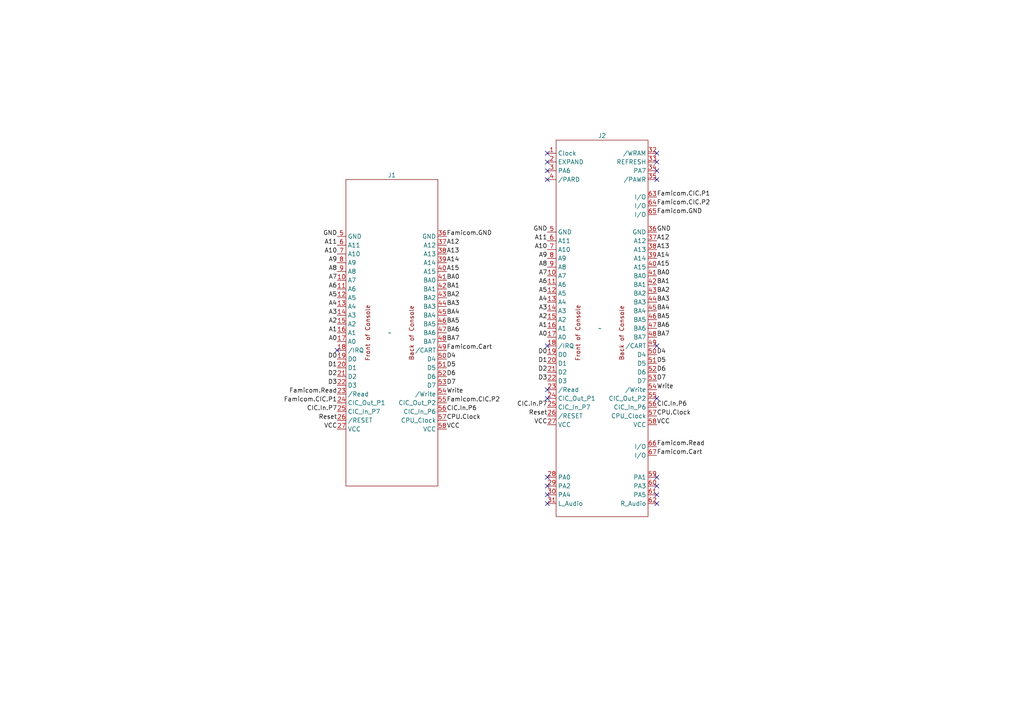
<source format=kicad_sch>
(kicad_sch (version 20230121) (generator eeschema)

  (uuid a33ab58f-dcb3-4f29-88d5-83dd0fcb4b62)

  (paper "A4")

  (lib_symbols
    (symbol "Xterminator:Cartridge_Connector" (in_bom yes) (on_board yes)
      (property "Reference" "J2" (at 0.635 55.88 0)
        (effects (font (size 1.27 1.27)))
      )
      (property "Value" "~" (at 0 0 0)
        (effects (font (size 1.27 1.27)))
      )
      (property "Footprint" "Xterminator2:Upper Edge Connector" (at 0 0 0)
        (effects (font (size 1.27 1.27)) hide)
      )
      (property "Datasheet" "" (at 0 0 0)
        (effects (font (size 1.27 1.27)) hide)
      )
      (symbol "Cartridge_Connector_0_1"
        (rectangle (start -12.7 54.61) (end 13.97 -54.61)
          (stroke (width 0) (type default))
          (fill (type none))
        )
      )
      (symbol "Cartridge_Connector_1_1"
        (text "Back of Console" (at 6.35 -1.27 900)
          (effects (font (size 1.27 1.27)))
        )
        (text "Front of Console" (at -6.35 -1.27 900)
          (effects (font (size 1.27 1.27)))
        )
        (pin input line (at -15.24 50.8 0) (length 2.54)
          (name "Clock" (effects (font (size 1.27 1.27))))
          (number "1" (effects (font (size 1.27 1.27))))
        )
        (pin input line (at -15.24 15.24 0) (length 2.54)
          (name "A7" (effects (font (size 1.27 1.27))))
          (number "10" (effects (font (size 1.27 1.27))))
        )
        (pin input line (at -15.24 12.7 0) (length 2.54)
          (name "A6" (effects (font (size 1.27 1.27))))
          (number "11" (effects (font (size 1.27 1.27))))
        )
        (pin input line (at -15.24 10.16 0) (length 2.54)
          (name "A5" (effects (font (size 1.27 1.27))))
          (number "12" (effects (font (size 1.27 1.27))))
        )
        (pin input line (at -15.24 7.62 0) (length 2.54)
          (name "A4" (effects (font (size 1.27 1.27))))
          (number "13" (effects (font (size 1.27 1.27))))
        )
        (pin input line (at -15.24 5.08 0) (length 2.54)
          (name "A3" (effects (font (size 1.27 1.27))))
          (number "14" (effects (font (size 1.27 1.27))))
        )
        (pin input line (at -15.24 2.54 0) (length 2.54)
          (name "A2" (effects (font (size 1.27 1.27))))
          (number "15" (effects (font (size 1.27 1.27))))
        )
        (pin input line (at -15.24 0 0) (length 2.54)
          (name "A1" (effects (font (size 1.27 1.27))))
          (number "16" (effects (font (size 1.27 1.27))))
        )
        (pin input line (at -15.24 -2.54 0) (length 2.54)
          (name "A0" (effects (font (size 1.27 1.27))))
          (number "17" (effects (font (size 1.27 1.27))))
        )
        (pin input line (at -15.24 -5.08 0) (length 2.54)
          (name "/IRQ" (effects (font (size 1.27 1.27))))
          (number "18" (effects (font (size 1.27 1.27))))
        )
        (pin input line (at -15.24 -7.62 0) (length 2.54)
          (name "D0" (effects (font (size 1.27 1.27))))
          (number "19" (effects (font (size 1.27 1.27))))
        )
        (pin input line (at -15.24 48.26 0) (length 2.54)
          (name "EXPAND" (effects (font (size 1.27 1.27))))
          (number "2" (effects (font (size 1.27 1.27))))
        )
        (pin input line (at -15.24 -10.16 0) (length 2.54)
          (name "D1" (effects (font (size 1.27 1.27))))
          (number "20" (effects (font (size 1.27 1.27))))
        )
        (pin input line (at -15.24 -12.7 0) (length 2.54)
          (name "D2" (effects (font (size 1.27 1.27))))
          (number "21" (effects (font (size 1.27 1.27))))
        )
        (pin input line (at -15.24 -15.24 0) (length 2.54)
          (name "D3" (effects (font (size 1.27 1.27))))
          (number "22" (effects (font (size 1.27 1.27))))
        )
        (pin input line (at -15.24 -17.78 0) (length 2.54)
          (name "/Read" (effects (font (size 1.27 1.27))))
          (number "23" (effects (font (size 1.27 1.27))))
        )
        (pin input line (at -15.24 -20.32 0) (length 2.54)
          (name "CIC_Out_P1" (effects (font (size 1.27 1.27))))
          (number "24" (effects (font (size 1.27 1.27))))
        )
        (pin input line (at -15.24 -22.86 0) (length 2.54)
          (name "CIC_In_P7" (effects (font (size 1.27 1.27))))
          (number "25" (effects (font (size 1.27 1.27))))
        )
        (pin input line (at -15.24 -25.4 0) (length 2.54)
          (name "/RESET" (effects (font (size 1.27 1.27))))
          (number "26" (effects (font (size 1.27 1.27))))
        )
        (pin power_in line (at -15.24 -27.94 0) (length 2.54)
          (name "VCC" (effects (font (size 1.27 1.27))))
          (number "27" (effects (font (size 1.27 1.27))))
        )
        (pin input line (at -15.24 -43.18 0) (length 2.54)
          (name "PA0" (effects (font (size 1.27 1.27))))
          (number "28" (effects (font (size 1.27 1.27))))
        )
        (pin input line (at -15.24 -45.72 0) (length 2.54)
          (name "PA2" (effects (font (size 1.27 1.27))))
          (number "29" (effects (font (size 1.27 1.27))))
        )
        (pin input line (at -15.24 45.72 0) (length 2.54)
          (name "PA6" (effects (font (size 1.27 1.27))))
          (number "3" (effects (font (size 1.27 1.27))))
        )
        (pin input line (at -15.24 -48.26 0) (length 2.54)
          (name "PA4" (effects (font (size 1.27 1.27))))
          (number "30" (effects (font (size 1.27 1.27))))
        )
        (pin input line (at -15.24 -50.8 0) (length 2.54)
          (name "L_Audio" (effects (font (size 1.27 1.27))))
          (number "31" (effects (font (size 1.27 1.27))))
        )
        (pin input line (at 16.51 50.8 180) (length 2.54)
          (name "/WRAM" (effects (font (size 1.27 1.27))))
          (number "32" (effects (font (size 1.27 1.27))))
        )
        (pin input line (at 16.51 48.26 180) (length 2.54)
          (name "REFRESH" (effects (font (size 1.27 1.27))))
          (number "33" (effects (font (size 1.27 1.27))))
        )
        (pin input line (at 16.51 45.72 180) (length 2.54)
          (name "PA7" (effects (font (size 1.27 1.27))))
          (number "34" (effects (font (size 1.27 1.27))))
        )
        (pin input line (at 16.51 43.18 180) (length 2.54)
          (name "/PAWR" (effects (font (size 1.27 1.27))))
          (number "35" (effects (font (size 1.27 1.27))))
        )
        (pin power_in line (at 16.51 27.94 180) (length 2.54)
          (name "GND" (effects (font (size 1.27 1.27))))
          (number "36" (effects (font (size 1.27 1.27))))
        )
        (pin input line (at 16.51 25.4 180) (length 2.54)
          (name "A12" (effects (font (size 1.27 1.27))))
          (number "37" (effects (font (size 1.27 1.27))))
        )
        (pin input line (at 16.51 22.86 180) (length 2.54)
          (name "A13" (effects (font (size 1.27 1.27))))
          (number "38" (effects (font (size 1.27 1.27))))
        )
        (pin input line (at 16.51 20.32 180) (length 2.54)
          (name "A14" (effects (font (size 1.27 1.27))))
          (number "39" (effects (font (size 1.27 1.27))))
        )
        (pin input line (at -15.24 43.18 0) (length 2.54)
          (name "/PARD" (effects (font (size 1.27 1.27))))
          (number "4" (effects (font (size 1.27 1.27))))
        )
        (pin input line (at 16.51 17.78 180) (length 2.54)
          (name "A15" (effects (font (size 1.27 1.27))))
          (number "40" (effects (font (size 1.27 1.27))))
        )
        (pin input line (at 16.51 15.24 180) (length 2.54)
          (name "BA0" (effects (font (size 1.27 1.27))))
          (number "41" (effects (font (size 1.27 1.27))))
        )
        (pin input line (at 16.51 12.7 180) (length 2.54)
          (name "BA1" (effects (font (size 1.27 1.27))))
          (number "42" (effects (font (size 1.27 1.27))))
        )
        (pin input line (at 16.51 10.16 180) (length 2.54)
          (name "BA2" (effects (font (size 1.27 1.27))))
          (number "43" (effects (font (size 1.27 1.27))))
        )
        (pin input line (at 16.51 7.62 180) (length 2.54)
          (name "BA3" (effects (font (size 1.27 1.27))))
          (number "44" (effects (font (size 1.27 1.27))))
        )
        (pin input line (at 16.51 5.08 180) (length 2.54)
          (name "BA4" (effects (font (size 1.27 1.27))))
          (number "45" (effects (font (size 1.27 1.27))))
        )
        (pin input line (at 16.51 2.54 180) (length 2.54)
          (name "BA5" (effects (font (size 1.27 1.27))))
          (number "46" (effects (font (size 1.27 1.27))))
        )
        (pin input line (at 16.51 0 180) (length 2.54)
          (name "BA6" (effects (font (size 1.27 1.27))))
          (number "47" (effects (font (size 1.27 1.27))))
        )
        (pin input line (at 16.51 -2.54 180) (length 2.54)
          (name "BA7" (effects (font (size 1.27 1.27))))
          (number "48" (effects (font (size 1.27 1.27))))
        )
        (pin input line (at 16.51 -5.08 180) (length 2.54)
          (name "/CART" (effects (font (size 1.27 1.27))))
          (number "49" (effects (font (size 1.27 1.27))))
        )
        (pin power_in line (at -15.24 27.94 0) (length 2.54)
          (name "GND" (effects (font (size 1.27 1.27))))
          (number "5" (effects (font (size 1.27 1.27))))
        )
        (pin input line (at 16.51 -7.62 180) (length 2.54)
          (name "D4" (effects (font (size 1.27 1.27))))
          (number "50" (effects (font (size 1.27 1.27))))
        )
        (pin input line (at 16.51 -10.16 180) (length 2.54)
          (name "D5" (effects (font (size 1.27 1.27))))
          (number "51" (effects (font (size 1.27 1.27))))
        )
        (pin input line (at 16.51 -12.7 180) (length 2.54)
          (name "D6" (effects (font (size 1.27 1.27))))
          (number "52" (effects (font (size 1.27 1.27))))
        )
        (pin input line (at 16.51 -15.24 180) (length 2.54)
          (name "D7" (effects (font (size 1.27 1.27))))
          (number "53" (effects (font (size 1.27 1.27))))
        )
        (pin input line (at 16.51 -17.78 180) (length 2.54)
          (name "/Write" (effects (font (size 1.27 1.27))))
          (number "54" (effects (font (size 1.27 1.27))))
        )
        (pin input line (at 16.51 -20.32 180) (length 2.54)
          (name "CIC_Out_P2" (effects (font (size 1.27 1.27))))
          (number "55" (effects (font (size 1.27 1.27))))
        )
        (pin input line (at 16.51 -22.86 180) (length 2.54)
          (name "CIC_In_P6" (effects (font (size 1.27 1.27))))
          (number "56" (effects (font (size 1.27 1.27))))
        )
        (pin input line (at 16.51 -25.4 180) (length 2.54)
          (name "CPU_Clock" (effects (font (size 1.27 1.27))))
          (number "57" (effects (font (size 1.27 1.27))))
        )
        (pin power_in line (at 16.51 -27.94 180) (length 2.54)
          (name "VCC" (effects (font (size 1.27 1.27))))
          (number "58" (effects (font (size 1.27 1.27))))
        )
        (pin input line (at 16.51 -43.18 180) (length 2.54)
          (name "PA1" (effects (font (size 1.27 1.27))))
          (number "59" (effects (font (size 1.27 1.27))))
        )
        (pin input line (at -15.24 25.4 0) (length 2.54)
          (name "A11" (effects (font (size 1.27 1.27))))
          (number "6" (effects (font (size 1.27 1.27))))
        )
        (pin input line (at 16.51 -45.72 180) (length 2.54)
          (name "PA3" (effects (font (size 1.27 1.27))))
          (number "60" (effects (font (size 1.27 1.27))))
        )
        (pin input line (at 16.51 -48.26 180) (length 2.54)
          (name "PA5" (effects (font (size 1.27 1.27))))
          (number "61" (effects (font (size 1.27 1.27))))
        )
        (pin input line (at 16.51 -50.8 180) (length 2.54)
          (name "R_Audio" (effects (font (size 1.27 1.27))))
          (number "62" (effects (font (size 1.27 1.27))))
        )
        (pin input line (at 16.51 38.1 180) (length 2.54)
          (name "I/O" (effects (font (size 1.27 1.27))))
          (number "63" (effects (font (size 1.27 1.27))))
        )
        (pin input line (at 16.51 35.56 180) (length 2.54)
          (name "I/O" (effects (font (size 1.27 1.27))))
          (number "64" (effects (font (size 1.27 1.27))))
        )
        (pin input line (at 16.51 33.02 180) (length 2.54)
          (name "I/O" (effects (font (size 1.27 1.27))))
          (number "65" (effects (font (size 1.27 1.27))))
        )
        (pin input line (at 16.51 -34.29 180) (length 2.54)
          (name "I/O" (effects (font (size 1.27 1.27))))
          (number "66" (effects (font (size 1.27 1.27))))
        )
        (pin input line (at 16.51 -36.83 180) (length 2.54)
          (name "I/O" (effects (font (size 1.27 1.27))))
          (number "67" (effects (font (size 1.27 1.27))))
        )
        (pin input line (at -15.24 22.86 0) (length 2.54)
          (name "A10" (effects (font (size 1.27 1.27))))
          (number "7" (effects (font (size 1.27 1.27))))
        )
        (pin input line (at -15.24 20.32 0) (length 2.54)
          (name "A9" (effects (font (size 1.27 1.27))))
          (number "8" (effects (font (size 1.27 1.27))))
        )
        (pin input line (at -15.24 17.78 0) (length 2.54)
          (name "A8" (effects (font (size 1.27 1.27))))
          (number "9" (effects (font (size 1.27 1.27))))
        )
      )
    )
    (symbol "Xterminator:SNES_Connector" (in_bom yes) (on_board yes)
      (property "Reference" "J1" (at 0.635 45.72 0)
        (effects (font (size 1.27 1.27)))
      )
      (property "Value" "~" (at 0 0 0)
        (effects (font (size 1.27 1.27)))
      )
      (property "Footprint" "Xterminator2:SNES Edge Connector" (at 0 0 0)
        (effects (font (size 1.27 1.27)) hide)
      )
      (property "Datasheet" "" (at 0 0 0)
        (effects (font (size 1.27 1.27)) hide)
      )
      (symbol "SNES_Connector_0_1"
        (rectangle (start -12.7 44.45) (end 13.97 -44.45)
          (stroke (width 0) (type default))
          (fill (type none))
        )
      )
      (symbol "SNES_Connector_1_1"
        (text "Back of Console" (at 6.35 0 900)
          (effects (font (size 1.27 1.27)))
        )
        (text "Front of Console" (at -6.35 0 900)
          (effects (font (size 1.27 1.27)))
        )
        (pin input line (at -15.24 41.91 0) (length 2.54) hide
          (name "Clock" (effects (font (size 1.27 1.27))))
          (number "1" (effects (font (size 1.27 1.27))))
        )
        (pin input line (at -15.24 15.24 0) (length 2.54)
          (name "A7" (effects (font (size 1.27 1.27))))
          (number "10" (effects (font (size 1.27 1.27))))
        )
        (pin input line (at -15.24 12.7 0) (length 2.54)
          (name "A6" (effects (font (size 1.27 1.27))))
          (number "11" (effects (font (size 1.27 1.27))))
        )
        (pin input line (at -15.24 10.16 0) (length 2.54)
          (name "A5" (effects (font (size 1.27 1.27))))
          (number "12" (effects (font (size 1.27 1.27))))
        )
        (pin input line (at -15.24 7.62 0) (length 2.54)
          (name "A4" (effects (font (size 1.27 1.27))))
          (number "13" (effects (font (size 1.27 1.27))))
        )
        (pin input line (at -15.24 5.08 0) (length 2.54)
          (name "A3" (effects (font (size 1.27 1.27))))
          (number "14" (effects (font (size 1.27 1.27))))
        )
        (pin input line (at -15.24 2.54 0) (length 2.54)
          (name "A2" (effects (font (size 1.27 1.27))))
          (number "15" (effects (font (size 1.27 1.27))))
        )
        (pin input line (at -15.24 0 0) (length 2.54)
          (name "A1" (effects (font (size 1.27 1.27))))
          (number "16" (effects (font (size 1.27 1.27))))
        )
        (pin input line (at -15.24 -2.54 0) (length 2.54)
          (name "A0" (effects (font (size 1.27 1.27))))
          (number "17" (effects (font (size 1.27 1.27))))
        )
        (pin input line (at -15.24 -5.08 0) (length 2.54)
          (name "/IRQ" (effects (font (size 1.27 1.27))))
          (number "18" (effects (font (size 1.27 1.27))))
        )
        (pin input line (at -15.24 -7.62 0) (length 2.54)
          (name "D0" (effects (font (size 1.27 1.27))))
          (number "19" (effects (font (size 1.27 1.27))))
        )
        (pin input line (at -15.24 39.37 0) (length 2.54) hide
          (name "EXPAND" (effects (font (size 1.27 1.27))))
          (number "2" (effects (font (size 1.27 1.27))))
        )
        (pin input line (at -15.24 -10.16 0) (length 2.54)
          (name "D1" (effects (font (size 1.27 1.27))))
          (number "20" (effects (font (size 1.27 1.27))))
        )
        (pin input line (at -15.24 -12.7 0) (length 2.54)
          (name "D2" (effects (font (size 1.27 1.27))))
          (number "21" (effects (font (size 1.27 1.27))))
        )
        (pin input line (at -15.24 -15.24 0) (length 2.54)
          (name "D3" (effects (font (size 1.27 1.27))))
          (number "22" (effects (font (size 1.27 1.27))))
        )
        (pin input line (at -15.24 -17.78 0) (length 2.54)
          (name "/Read" (effects (font (size 1.27 1.27))))
          (number "23" (effects (font (size 1.27 1.27))))
        )
        (pin input line (at -15.24 -20.32 0) (length 2.54)
          (name "CIC_Out_P1" (effects (font (size 1.27 1.27))))
          (number "24" (effects (font (size 1.27 1.27))))
        )
        (pin input line (at -15.24 -22.86 0) (length 2.54)
          (name "CIC_In_P7" (effects (font (size 1.27 1.27))))
          (number "25" (effects (font (size 1.27 1.27))))
        )
        (pin input line (at -15.24 -25.4 0) (length 2.54)
          (name "/RESET" (effects (font (size 1.27 1.27))))
          (number "26" (effects (font (size 1.27 1.27))))
        )
        (pin power_in line (at -15.24 -27.94 0) (length 2.54)
          (name "VCC" (effects (font (size 1.27 1.27))))
          (number "27" (effects (font (size 1.27 1.27))))
        )
        (pin input line (at -15.24 -34.29 0) (length 2.54) hide
          (name "PA0" (effects (font (size 1.27 1.27))))
          (number "28" (effects (font (size 1.27 1.27))))
        )
        (pin input line (at -15.24 -36.83 0) (length 2.54) hide
          (name "PA2" (effects (font (size 1.27 1.27))))
          (number "29" (effects (font (size 1.27 1.27))))
        )
        (pin input line (at -15.24 36.83 0) (length 2.54) hide
          (name "PA6" (effects (font (size 1.27 1.27))))
          (number "3" (effects (font (size 1.27 1.27))))
        )
        (pin input line (at -15.24 -39.37 0) (length 2.54) hide
          (name "PA4" (effects (font (size 1.27 1.27))))
          (number "30" (effects (font (size 1.27 1.27))))
        )
        (pin input line (at -15.24 -41.91 0) (length 2.54) hide
          (name "L_Audio" (effects (font (size 1.27 1.27))))
          (number "31" (effects (font (size 1.27 1.27))))
        )
        (pin input line (at 16.51 41.91 180) (length 2.54) hide
          (name "/WRAM" (effects (font (size 1.27 1.27))))
          (number "32" (effects (font (size 1.27 1.27))))
        )
        (pin input line (at 16.51 39.37 180) (length 2.54) hide
          (name "REFRESH" (effects (font (size 1.27 1.27))))
          (number "33" (effects (font (size 1.27 1.27))))
        )
        (pin input line (at 16.51 36.83 180) (length 2.54) hide
          (name "PA7" (effects (font (size 1.27 1.27))))
          (number "34" (effects (font (size 1.27 1.27))))
        )
        (pin input line (at 16.51 34.29 180) (length 2.54) hide
          (name "/PAWR" (effects (font (size 1.27 1.27))))
          (number "35" (effects (font (size 1.27 1.27))))
        )
        (pin power_in line (at 16.51 27.94 180) (length 2.54)
          (name "GND" (effects (font (size 1.27 1.27))))
          (number "36" (effects (font (size 1.27 1.27))))
        )
        (pin input line (at 16.51 25.4 180) (length 2.54)
          (name "A12" (effects (font (size 1.27 1.27))))
          (number "37" (effects (font (size 1.27 1.27))))
        )
        (pin input line (at 16.51 22.86 180) (length 2.54)
          (name "A13" (effects (font (size 1.27 1.27))))
          (number "38" (effects (font (size 1.27 1.27))))
        )
        (pin input line (at 16.51 20.32 180) (length 2.54)
          (name "A14" (effects (font (size 1.27 1.27))))
          (number "39" (effects (font (size 1.27 1.27))))
        )
        (pin input line (at -15.24 34.29 0) (length 2.54) hide
          (name "/PARD" (effects (font (size 1.27 1.27))))
          (number "4" (effects (font (size 1.27 1.27))))
        )
        (pin input line (at 16.51 17.78 180) (length 2.54)
          (name "A15" (effects (font (size 1.27 1.27))))
          (number "40" (effects (font (size 1.27 1.27))))
        )
        (pin input line (at 16.51 15.24 180) (length 2.54)
          (name "BA0" (effects (font (size 1.27 1.27))))
          (number "41" (effects (font (size 1.27 1.27))))
        )
        (pin input line (at 16.51 12.7 180) (length 2.54)
          (name "BA1" (effects (font (size 1.27 1.27))))
          (number "42" (effects (font (size 1.27 1.27))))
        )
        (pin input line (at 16.51 10.16 180) (length 2.54)
          (name "BA2" (effects (font (size 1.27 1.27))))
          (number "43" (effects (font (size 1.27 1.27))))
        )
        (pin input line (at 16.51 7.62 180) (length 2.54)
          (name "BA3" (effects (font (size 1.27 1.27))))
          (number "44" (effects (font (size 1.27 1.27))))
        )
        (pin input line (at 16.51 5.08 180) (length 2.54)
          (name "BA4" (effects (font (size 1.27 1.27))))
          (number "45" (effects (font (size 1.27 1.27))))
        )
        (pin input line (at 16.51 2.54 180) (length 2.54)
          (name "BA5" (effects (font (size 1.27 1.27))))
          (number "46" (effects (font (size 1.27 1.27))))
        )
        (pin input line (at 16.51 0 180) (length 2.54)
          (name "BA6" (effects (font (size 1.27 1.27))))
          (number "47" (effects (font (size 1.27 1.27))))
        )
        (pin input line (at 16.51 -2.54 180) (length 2.54)
          (name "BA7" (effects (font (size 1.27 1.27))))
          (number "48" (effects (font (size 1.27 1.27))))
        )
        (pin input line (at 16.51 -5.08 180) (length 2.54)
          (name "/CART" (effects (font (size 1.27 1.27))))
          (number "49" (effects (font (size 1.27 1.27))))
        )
        (pin power_in line (at -15.24 27.94 0) (length 2.54)
          (name "GND" (effects (font (size 1.27 1.27))))
          (number "5" (effects (font (size 1.27 1.27))))
        )
        (pin input line (at 16.51 -7.62 180) (length 2.54)
          (name "D4" (effects (font (size 1.27 1.27))))
          (number "50" (effects (font (size 1.27 1.27))))
        )
        (pin input line (at 16.51 -10.16 180) (length 2.54)
          (name "D5" (effects (font (size 1.27 1.27))))
          (number "51" (effects (font (size 1.27 1.27))))
        )
        (pin input line (at 16.51 -12.7 180) (length 2.54)
          (name "D6" (effects (font (size 1.27 1.27))))
          (number "52" (effects (font (size 1.27 1.27))))
        )
        (pin input line (at 16.51 -15.24 180) (length 2.54)
          (name "D7" (effects (font (size 1.27 1.27))))
          (number "53" (effects (font (size 1.27 1.27))))
        )
        (pin input line (at 16.51 -17.78 180) (length 2.54)
          (name "/Write" (effects (font (size 1.27 1.27))))
          (number "54" (effects (font (size 1.27 1.27))))
        )
        (pin input line (at 16.51 -20.32 180) (length 2.54)
          (name "CIC_Out_P2" (effects (font (size 1.27 1.27))))
          (number "55" (effects (font (size 1.27 1.27))))
        )
        (pin input line (at 16.51 -22.86 180) (length 2.54)
          (name "CIC_In_P6" (effects (font (size 1.27 1.27))))
          (number "56" (effects (font (size 1.27 1.27))))
        )
        (pin input line (at 16.51 -25.4 180) (length 2.54)
          (name "CPU_Clock" (effects (font (size 1.27 1.27))))
          (number "57" (effects (font (size 1.27 1.27))))
        )
        (pin power_in line (at 16.51 -27.94 180) (length 2.54)
          (name "VCC" (effects (font (size 1.27 1.27))))
          (number "58" (effects (font (size 1.27 1.27))))
        )
        (pin input line (at 16.51 -34.29 180) (length 2.54) hide
          (name "PA1" (effects (font (size 1.27 1.27))))
          (number "59" (effects (font (size 1.27 1.27))))
        )
        (pin input line (at -15.24 25.4 0) (length 2.54)
          (name "A11" (effects (font (size 1.27 1.27))))
          (number "6" (effects (font (size 1.27 1.27))))
        )
        (pin input line (at 16.51 -36.83 180) (length 2.54) hide
          (name "PA3" (effects (font (size 1.27 1.27))))
          (number "60" (effects (font (size 1.27 1.27))))
        )
        (pin input line (at 16.51 -39.37 180) (length 2.54) hide
          (name "PA5" (effects (font (size 1.27 1.27))))
          (number "61" (effects (font (size 1.27 1.27))))
        )
        (pin input line (at 16.51 -41.91 180) (length 2.54) hide
          (name "R_Audio" (effects (font (size 1.27 1.27))))
          (number "62" (effects (font (size 1.27 1.27))))
        )
        (pin input line (at -15.24 22.86 0) (length 2.54)
          (name "A10" (effects (font (size 1.27 1.27))))
          (number "7" (effects (font (size 1.27 1.27))))
        )
        (pin input line (at -15.24 20.32 0) (length 2.54)
          (name "A9" (effects (font (size 1.27 1.27))))
          (number "8" (effects (font (size 1.27 1.27))))
        )
        (pin input line (at -15.24 17.78 0) (length 2.54)
          (name "A8" (effects (font (size 1.27 1.27))))
          (number "9" (effects (font (size 1.27 1.27))))
        )
      )
    )
  )


  (no_connect (at 158.75 46.99) (uuid 020c974e-d152-42bf-a1e8-c01d5705b2a5))
  (no_connect (at 190.5 49.53) (uuid 0721fb14-48d8-49b8-817b-70a62596ba92))
  (no_connect (at 190.5 52.07) (uuid 08c799ae-7d7a-40a7-ba32-8a4d426c1541))
  (no_connect (at 158.75 44.45) (uuid 15d71f31-d06f-4512-b8a0-18aa0d5fea17))
  (no_connect (at 190.5 115.57) (uuid 2acb24d5-2bf6-4e4c-843c-4b06ae34d2c8))
  (no_connect (at 158.75 113.03) (uuid 44bfe8bb-a7f0-482a-9d52-a0c5650bdbcb))
  (no_connect (at 158.75 52.07) (uuid 46b24c6d-db9a-453e-a0a1-3deb67608275))
  (no_connect (at 158.75 100.33) (uuid 57b91788-b5f4-4336-9821-c91af5b2d1b6))
  (no_connect (at 158.75 49.53) (uuid 5a5740bd-1ef1-48b2-b588-a3ca170cd46a))
  (no_connect (at 190.5 138.43) (uuid 63ab130a-ed10-4520-b4f4-1d8bfc49c95c))
  (no_connect (at 190.5 46.99) (uuid 6dfe1ebf-3962-4a4c-b59c-a4d23e69cf3e))
  (no_connect (at 190.5 146.05) (uuid 6eb1f617-a511-4f6d-85cb-073c9ee1f7b5))
  (no_connect (at 190.5 143.51) (uuid 89de0779-a31b-47c2-8e46-1e24b38aa294))
  (no_connect (at 190.5 140.97) (uuid 911e7c92-4fe3-44e0-b134-6ff0a4323fb8))
  (no_connect (at 158.75 115.57) (uuid 9e4b56ae-b349-472b-8ae8-fb0e3571a1e0))
  (no_connect (at 190.5 44.45) (uuid 9f04c3e3-cf32-49b3-9c5b-89f6936f10ab))
  (no_connect (at 190.5 100.33) (uuid a277b5f2-c6b6-48cb-adee-e877d6fe5f67))
  (no_connect (at 158.75 143.51) (uuid cdf0f9ec-1908-434f-84ed-7cc9a8b0f019))
  (no_connect (at 97.79 101.6) (uuid db030aba-cd22-4e2b-bb45-5cbd01635593))
  (no_connect (at 158.75 138.43) (uuid db8802ec-83ab-40e2-91bf-8b48c907cd8e))
  (no_connect (at 158.75 146.05) (uuid e1f9cca1-30ac-494e-a20f-20b69bd41e61))
  (no_connect (at 158.75 140.97) (uuid ef9db192-2786-463e-abe2-86cedc2d5087))

  (label "BA7" (at 190.5 97.79 0) (fields_autoplaced)
    (effects (font (size 1.27 1.27)) (justify left bottom))
    (uuid 02615beb-efc7-4eab-bb99-38e7715c5845)
  )
  (label "Reset" (at 158.75 120.65 180) (fields_autoplaced)
    (effects (font (size 1.27 1.27)) (justify right bottom))
    (uuid 02e9006e-d1f0-40d9-b3f8-2fca1bb84a12)
  )
  (label "Famicom.Cart" (at 190.5 132.08 0) (fields_autoplaced)
    (effects (font (size 1.27 1.27)) (justify left bottom))
    (uuid 053caee3-989e-4079-8176-797eac0d0a64)
  )
  (label "A6" (at 158.75 82.55 180) (fields_autoplaced)
    (effects (font (size 1.27 1.27)) (justify right bottom))
    (uuid 0839fdc9-6190-4ca8-a6d9-8bb381820b46)
  )
  (label "Famicom.Cart" (at 129.54 101.6 0) (fields_autoplaced)
    (effects (font (size 1.27 1.27)) (justify left bottom))
    (uuid 0bb2b5d5-0db0-42c9-b424-42340e294b52)
  )
  (label "GND" (at 97.79 68.58 180) (fields_autoplaced)
    (effects (font (size 1.27 1.27)) (justify right bottom))
    (uuid 0ccd5727-d9a8-4b40-b35b-93a026aa63b2)
  )
  (label "D7" (at 190.5 110.49 0) (fields_autoplaced)
    (effects (font (size 1.27 1.27)) (justify left bottom))
    (uuid 0d027aba-73ad-4a96-9a8a-65480f2b1f3e)
  )
  (label "A13" (at 129.54 73.66 0) (fields_autoplaced)
    (effects (font (size 1.27 1.27)) (justify left bottom))
    (uuid 0d129cc1-55ea-462d-b1d2-4030fda8755a)
  )
  (label "BA5" (at 129.54 93.98 0) (fields_autoplaced)
    (effects (font (size 1.27 1.27)) (justify left bottom))
    (uuid 0d18b9f3-9fdd-4275-8d37-5ec954679069)
  )
  (label "A8" (at 97.79 78.74 180) (fields_autoplaced)
    (effects (font (size 1.27 1.27)) (justify right bottom))
    (uuid 0f7b2fab-412b-40de-9a17-4bc13e408417)
  )
  (label "BA6" (at 190.5 95.25 0) (fields_autoplaced)
    (effects (font (size 1.27 1.27)) (justify left bottom))
    (uuid 1a9e2f53-a798-4b2b-8084-032a5cb5fbe0)
  )
  (label "A5" (at 158.75 85.09 180) (fields_autoplaced)
    (effects (font (size 1.27 1.27)) (justify right bottom))
    (uuid 1b03fea7-95e8-4767-9625-a7ccd58ed77a)
  )
  (label "D3" (at 158.75 110.49 180) (fields_autoplaced)
    (effects (font (size 1.27 1.27)) (justify right bottom))
    (uuid 1e62edd9-7b85-4bf7-89a6-c29331f103af)
  )
  (label "A0" (at 158.75 97.79 180) (fields_autoplaced)
    (effects (font (size 1.27 1.27)) (justify right bottom))
    (uuid 1ee53053-de21-40b0-b960-08bd7591895a)
  )
  (label "A15" (at 129.54 78.74 0) (fields_autoplaced)
    (effects (font (size 1.27 1.27)) (justify left bottom))
    (uuid 2129851e-97f5-42a5-bf6a-f4e631b2cbe2)
  )
  (label "D7" (at 129.54 111.76 0) (fields_autoplaced)
    (effects (font (size 1.27 1.27)) (justify left bottom))
    (uuid 234edaeb-7714-4d83-b0ea-8f1ee52290d9)
  )
  (label "A4" (at 97.79 88.9 180) (fields_autoplaced)
    (effects (font (size 1.27 1.27)) (justify right bottom))
    (uuid 23b1d6f8-6602-42df-8cdd-7e45d8d102ff)
  )
  (label "A14" (at 190.5 74.93 0) (fields_autoplaced)
    (effects (font (size 1.27 1.27)) (justify left bottom))
    (uuid 246a34b0-fae4-4809-8104-153c9933fbd1)
  )
  (label "Famicom.CIC.P2" (at 190.5 59.69 0) (fields_autoplaced)
    (effects (font (size 1.27 1.27)) (justify left bottom))
    (uuid 27d13faf-3016-4053-8cca-8310868aa50d)
  )
  (label "A7" (at 97.79 81.28 180) (fields_autoplaced)
    (effects (font (size 1.27 1.27)) (justify right bottom))
    (uuid 2b8bb6d1-4267-44d9-aeb3-4369cde18638)
  )
  (label "D4" (at 129.54 104.14 0) (fields_autoplaced)
    (effects (font (size 1.27 1.27)) (justify left bottom))
    (uuid 2d77b080-3076-4020-ba0c-506485064e28)
  )
  (label "A11" (at 97.79 71.12 180) (fields_autoplaced)
    (effects (font (size 1.27 1.27)) (justify right bottom))
    (uuid 2d9a556a-0dea-49b3-ac29-223a6fc2ab67)
  )
  (label "A3" (at 158.75 90.17 180) (fields_autoplaced)
    (effects (font (size 1.27 1.27)) (justify right bottom))
    (uuid 2dfb45e3-c6a5-40cd-be0f-00e0aa74603c)
  )
  (label "A2" (at 158.75 92.71 180) (fields_autoplaced)
    (effects (font (size 1.27 1.27)) (justify right bottom))
    (uuid 2f45c14b-17b6-4d2e-945c-dffb3c1a4580)
  )
  (label "BA4" (at 129.54 91.44 0) (fields_autoplaced)
    (effects (font (size 1.27 1.27)) (justify left bottom))
    (uuid 3289e0dd-1c60-4447-9443-c63fb8474d45)
  )
  (label "CPU.Clock" (at 129.54 121.92 0) (fields_autoplaced)
    (effects (font (size 1.27 1.27)) (justify left bottom))
    (uuid 379b97f5-2ecc-4926-bbde-43fb5479dc1f)
  )
  (label "A11" (at 158.75 69.85 180) (fields_autoplaced)
    (effects (font (size 1.27 1.27)) (justify right bottom))
    (uuid 37adbc41-60b9-4dd8-85f2-7c7b2ac55cca)
  )
  (label "D2" (at 97.79 109.22 180) (fields_autoplaced)
    (effects (font (size 1.27 1.27)) (justify right bottom))
    (uuid 3b541454-18b8-4667-af96-8e2832e91191)
  )
  (label "A6" (at 97.79 83.82 180) (fields_autoplaced)
    (effects (font (size 1.27 1.27)) (justify right bottom))
    (uuid 3e3bd27b-445f-4a20-8be8-dd5bf4c63805)
  )
  (label "BA1" (at 129.54 83.82 0) (fields_autoplaced)
    (effects (font (size 1.27 1.27)) (justify left bottom))
    (uuid 4089520d-9ced-4943-b5ba-2a0bfa50f3c3)
  )
  (label "A9" (at 97.79 76.2 180) (fields_autoplaced)
    (effects (font (size 1.27 1.27)) (justify right bottom))
    (uuid 4175add8-24cf-4942-a86f-9b4df48b2eff)
  )
  (label "VCC" (at 129.54 124.46 0) (fields_autoplaced)
    (effects (font (size 1.27 1.27)) (justify left bottom))
    (uuid 455ae1d9-878e-40f5-869c-235f915e86a8)
  )
  (label "A12" (at 190.5 69.85 0) (fields_autoplaced)
    (effects (font (size 1.27 1.27)) (justify left bottom))
    (uuid 4590bf48-891d-4b85-bbaf-81615184ced0)
  )
  (label "Famicom.CIC.P2" (at 129.54 116.84 0) (fields_autoplaced)
    (effects (font (size 1.27 1.27)) (justify left bottom))
    (uuid 46948bdc-cf00-4ca8-8b81-160e9dcf9643)
  )
  (label "CIC.In.P6" (at 190.5 118.11 0) (fields_autoplaced)
    (effects (font (size 1.27 1.27)) (justify left bottom))
    (uuid 4a557d94-87d2-46ba-91a9-ce143b60537c)
  )
  (label "BA1" (at 190.5 82.55 0) (fields_autoplaced)
    (effects (font (size 1.27 1.27)) (justify left bottom))
    (uuid 4bf42c27-ad07-4ce3-9a8f-c0246013e4fb)
  )
  (label "BA6" (at 129.54 96.52 0) (fields_autoplaced)
    (effects (font (size 1.27 1.27)) (justify left bottom))
    (uuid 50ca4baf-1920-4a3d-9a43-bcdfd931cfc4)
  )
  (label "A13" (at 190.5 72.39 0) (fields_autoplaced)
    (effects (font (size 1.27 1.27)) (justify left bottom))
    (uuid 53ac3529-61f6-415d-8c48-5f9d8c990f01)
  )
  (label "A12" (at 129.54 71.12 0) (fields_autoplaced)
    (effects (font (size 1.27 1.27)) (justify left bottom))
    (uuid 5e3b3770-712c-4539-b2e6-2a9220b3b0e4)
  )
  (label "Famicom.GND" (at 190.5 62.23 0) (fields_autoplaced)
    (effects (font (size 1.27 1.27)) (justify left bottom))
    (uuid 5e3bfbda-c633-4230-9e94-fedff274b39b)
  )
  (label "A0" (at 97.79 99.06 180) (fields_autoplaced)
    (effects (font (size 1.27 1.27)) (justify right bottom))
    (uuid 5eba094e-5d32-4dc5-9e3e-c938329ffb71)
  )
  (label "D4" (at 190.5 102.87 0) (fields_autoplaced)
    (effects (font (size 1.27 1.27)) (justify left bottom))
    (uuid 63464917-7f43-445a-b166-7ea331f48b57)
  )
  (label "A5" (at 97.79 86.36 180) (fields_autoplaced)
    (effects (font (size 1.27 1.27)) (justify right bottom))
    (uuid 6454c307-4af0-4024-ac07-1f3383d54607)
  )
  (label "BA0" (at 129.54 81.28 0) (fields_autoplaced)
    (effects (font (size 1.27 1.27)) (justify left bottom))
    (uuid 6f796160-898d-49bd-bce4-5d03d2ae25cb)
  )
  (label "D3" (at 97.79 111.76 180) (fields_autoplaced)
    (effects (font (size 1.27 1.27)) (justify right bottom))
    (uuid 7227958a-5b40-4081-98c4-a815390ac457)
  )
  (label "GND" (at 158.75 67.31 180) (fields_autoplaced)
    (effects (font (size 1.27 1.27)) (justify right bottom))
    (uuid 75a94733-020b-4bf5-996d-1b18c5224d82)
  )
  (label "Famicom.Read" (at 97.79 114.3 180) (fields_autoplaced)
    (effects (font (size 1.27 1.27)) (justify right bottom))
    (uuid 7b96d301-5feb-456a-b399-88a5adb4e924)
  )
  (label "CIC.In.P7" (at 97.79 119.38 180) (fields_autoplaced)
    (effects (font (size 1.27 1.27)) (justify right bottom))
    (uuid 7f3f7a93-c82e-4040-b169-39cebb195341)
  )
  (label "A2" (at 97.79 93.98 180) (fields_autoplaced)
    (effects (font (size 1.27 1.27)) (justify right bottom))
    (uuid 8005252a-80df-4f28-926c-a22cf9e738a4)
  )
  (label "A15" (at 190.5 77.47 0) (fields_autoplaced)
    (effects (font (size 1.27 1.27)) (justify left bottom))
    (uuid 80b8c6d3-0c41-46b1-b228-64f4b588379d)
  )
  (label "BA3" (at 190.5 87.63 0) (fields_autoplaced)
    (effects (font (size 1.27 1.27)) (justify left bottom))
    (uuid 822252de-41d7-4dcb-b0a3-b69ec8476b4f)
  )
  (label "A1" (at 97.79 96.52 180) (fields_autoplaced)
    (effects (font (size 1.27 1.27)) (justify right bottom))
    (uuid 83248599-49b5-4a02-8ff7-f1108fe2dc5f)
  )
  (label "BA4" (at 190.5 90.17 0) (fields_autoplaced)
    (effects (font (size 1.27 1.27)) (justify left bottom))
    (uuid 8566964d-d713-476d-8c7a-fe6a1b4091d5)
  )
  (label "BA7" (at 129.54 99.06 0) (fields_autoplaced)
    (effects (font (size 1.27 1.27)) (justify left bottom))
    (uuid 862fa49d-f893-4774-96a4-d74a79476475)
  )
  (label "GND" (at 190.5 67.31 0) (fields_autoplaced)
    (effects (font (size 1.27 1.27)) (justify left bottom))
    (uuid 8dc97184-d377-404a-a912-65eaeba2664d)
  )
  (label "VCC" (at 97.79 124.46 180) (fields_autoplaced)
    (effects (font (size 1.27 1.27)) (justify right bottom))
    (uuid 8fde4813-7d4a-40a6-ac60-0b7f38f69dd5)
  )
  (label "CIC.In.P7" (at 158.75 118.11 180) (fields_autoplaced)
    (effects (font (size 1.27 1.27)) (justify right bottom))
    (uuid 92d80a61-b9dc-4b21-b678-ecea96a80b55)
  )
  (label "A10" (at 158.75 72.39 180) (fields_autoplaced)
    (effects (font (size 1.27 1.27)) (justify right bottom))
    (uuid 93f285bb-2e27-4598-98ba-a302c7fd2836)
  )
  (label "BA5" (at 190.5 92.71 0) (fields_autoplaced)
    (effects (font (size 1.27 1.27)) (justify left bottom))
    (uuid 97aadb57-4b1b-41f8-919c-b1efc6d235ca)
  )
  (label "Reset" (at 97.79 121.92 180) (fields_autoplaced)
    (effects (font (size 1.27 1.27)) (justify right bottom))
    (uuid 97f4abf6-e45c-49e1-94de-ee35a50edc46)
  )
  (label "Famicom.Read" (at 190.5 129.54 0) (fields_autoplaced)
    (effects (font (size 1.27 1.27)) (justify left bottom))
    (uuid 990b1e5f-7fec-4908-9b2d-aed562c1e031)
  )
  (label "A4" (at 158.75 87.63 180) (fields_autoplaced)
    (effects (font (size 1.27 1.27)) (justify right bottom))
    (uuid 991bedda-bcd1-4706-a11f-6a1d9ebf920f)
  )
  (label "Write" (at 129.54 114.3 0) (fields_autoplaced)
    (effects (font (size 1.27 1.27)) (justify left bottom))
    (uuid 9c66faf9-7df4-405a-90ac-71b5222aa9e5)
  )
  (label "D5" (at 190.5 105.41 0) (fields_autoplaced)
    (effects (font (size 1.27 1.27)) (justify left bottom))
    (uuid 9f332480-058c-4555-9b6b-c9aa59d34c74)
  )
  (label "D6" (at 129.54 109.22 0) (fields_autoplaced)
    (effects (font (size 1.27 1.27)) (justify left bottom))
    (uuid a194ea3d-cfaf-42c0-8e37-c97e677a6713)
  )
  (label "A7" (at 158.75 80.01 180) (fields_autoplaced)
    (effects (font (size 1.27 1.27)) (justify right bottom))
    (uuid a4061c92-09f3-4636-a991-e391c8bd0b70)
  )
  (label "VCC" (at 190.5 123.19 0) (fields_autoplaced)
    (effects (font (size 1.27 1.27)) (justify left bottom))
    (uuid ad722c4a-2a0e-40b7-a337-8fadce796ba3)
  )
  (label "A8" (at 158.75 77.47 180) (fields_autoplaced)
    (effects (font (size 1.27 1.27)) (justify right bottom))
    (uuid adb71496-9d6f-4797-bead-7f70e03f083a)
  )
  (label "BA3" (at 129.54 88.9 0) (fields_autoplaced)
    (effects (font (size 1.27 1.27)) (justify left bottom))
    (uuid b0b3c59f-2802-4489-9750-16e356a5cd40)
  )
  (label "D2" (at 158.75 107.95 180) (fields_autoplaced)
    (effects (font (size 1.27 1.27)) (justify right bottom))
    (uuid b2a9c03c-4ac2-4ce6-96a1-6867abcb5add)
  )
  (label "CPU.Clock" (at 190.5 120.65 0) (fields_autoplaced)
    (effects (font (size 1.27 1.27)) (justify left bottom))
    (uuid b47f873a-86d6-4c98-8013-5fea58643e1b)
  )
  (label "BA0" (at 190.5 80.01 0) (fields_autoplaced)
    (effects (font (size 1.27 1.27)) (justify left bottom))
    (uuid b82b3477-17f2-4bc1-a3a1-aa205b7a4e1b)
  )
  (label "CIC.In.P6" (at 129.54 119.38 0) (fields_autoplaced)
    (effects (font (size 1.27 1.27)) (justify left bottom))
    (uuid ba8c7073-dd9c-4cb9-93af-3a2e6deb6e1f)
  )
  (label "A3" (at 97.79 91.44 180) (fields_autoplaced)
    (effects (font (size 1.27 1.27)) (justify right bottom))
    (uuid c06aee5d-e9e4-473a-a763-8097a9eb156c)
  )
  (label "A14" (at 129.54 76.2 0) (fields_autoplaced)
    (effects (font (size 1.27 1.27)) (justify left bottom))
    (uuid c402162a-a826-4a70-bfae-f3e8eae34aaf)
  )
  (label "A1" (at 158.75 95.25 180) (fields_autoplaced)
    (effects (font (size 1.27 1.27)) (justify right bottom))
    (uuid c854536a-93d4-43d5-a0d3-993b41b56cbc)
  )
  (label "D1" (at 158.75 105.41 180) (fields_autoplaced)
    (effects (font (size 1.27 1.27)) (justify right bottom))
    (uuid d009f462-759a-4a1c-a78c-fb134c7aa5cf)
  )
  (label "BA2" (at 129.54 86.36 0) (fields_autoplaced)
    (effects (font (size 1.27 1.27)) (justify left bottom))
    (uuid d13858f2-fd7b-4c23-90d6-6a243ff0f85c)
  )
  (label "Write" (at 190.5 113.03 0) (fields_autoplaced)
    (effects (font (size 1.27 1.27)) (justify left bottom))
    (uuid d61b4485-c506-43ae-bbd3-2963c225c084)
  )
  (label "A10" (at 97.79 73.66 180) (fields_autoplaced)
    (effects (font (size 1.27 1.27)) (justify right bottom))
    (uuid d8079682-742a-4383-9557-5ac7e711588a)
  )
  (label "Famicom.CIC.P1" (at 97.79 116.84 180) (fields_autoplaced)
    (effects (font (size 1.27 1.27)) (justify right bottom))
    (uuid da5b8903-6fed-48ed-836c-ce7cd7619df3)
  )
  (label "D5" (at 129.54 106.68 0) (fields_autoplaced)
    (effects (font (size 1.27 1.27)) (justify left bottom))
    (uuid dd34dc12-bc6f-49e3-8420-b838d1daf526)
  )
  (label "BA2" (at 190.5 85.09 0) (fields_autoplaced)
    (effects (font (size 1.27 1.27)) (justify left bottom))
    (uuid de4205ae-0a6a-4626-b7e1-c3921b8dacdb)
  )
  (label "D6" (at 190.5 107.95 0) (fields_autoplaced)
    (effects (font (size 1.27 1.27)) (justify left bottom))
    (uuid e241f851-ea37-4321-9dd4-49fb59cd57bd)
  )
  (label "Famicom.CIC.P1" (at 190.5 57.15 0) (fields_autoplaced)
    (effects (font (size 1.27 1.27)) (justify left bottom))
    (uuid e72d8edc-fd81-48d6-84a8-e5210cfdaa3a)
  )
  (label "D1" (at 97.79 106.68 180) (fields_autoplaced)
    (effects (font (size 1.27 1.27)) (justify right bottom))
    (uuid ecb53e58-3395-49ac-88e5-7718f119a19d)
  )
  (label "D0" (at 158.75 102.87 180) (fields_autoplaced)
    (effects (font (size 1.27 1.27)) (justify right bottom))
    (uuid f533a06b-efad-48b6-b7b4-d92303ee7299)
  )
  (label "VCC" (at 158.75 123.19 180) (fields_autoplaced)
    (effects (font (size 1.27 1.27)) (justify right bottom))
    (uuid f6d017ee-97ae-4256-ab0f-c475d4bd9b04)
  )
  (label "A9" (at 158.75 74.93 180) (fields_autoplaced)
    (effects (font (size 1.27 1.27)) (justify right bottom))
    (uuid f7338d2c-bc06-4752-9fba-b90d18c23dcf)
  )
  (label "D0" (at 97.79 104.14 180) (fields_autoplaced)
    (effects (font (size 1.27 1.27)) (justify right bottom))
    (uuid fa34e8ef-c3a4-47bf-85db-e7eb5fdb8b7d)
  )
  (label "Famicom.GND" (at 129.54 68.58 0) (fields_autoplaced)
    (effects (font (size 1.27 1.27)) (justify left bottom))
    (uuid fd008915-0e2a-4634-86c4-4a73315e0373)
  )

  (symbol (lib_id "Xterminator:Cartridge_Connector") (at 173.99 95.25 0) (unit 1)
    (in_bom yes) (on_board yes) (dnp no) (fields_autoplaced)
    (uuid 9ea4d304-f9bc-4bc5-8095-dcdeea5bed98)
    (property "Reference" "J2" (at 174.625 39.37 0)
      (effects (font (size 1.27 1.27)))
    )
    (property "Value" "~" (at 173.99 95.25 0)
      (effects (font (size 1.27 1.27)))
    )
    (property "Footprint" "Xterminator2:SNES Cartridge Slot" (at 173.99 95.25 0)
      (effects (font (size 1.27 1.27)) hide)
    )
    (property "Datasheet" "" (at 173.99 95.25 0)
      (effects (font (size 1.27 1.27)) hide)
    )
    (pin "1" (uuid d18baed7-0a76-40ea-a2ea-5ec23308bd4b))
    (pin "10" (uuid d807f374-1327-4473-bea9-af3d3a39462c))
    (pin "11" (uuid fc21ad27-f904-4201-8bc0-a74c8dd5c1c3))
    (pin "12" (uuid 2827152c-b82d-4b57-b3ce-b629ffa8f69f))
    (pin "13" (uuid 3ca85847-98e0-4ad0-8bba-e41d00667003))
    (pin "14" (uuid f4163c8b-85a3-4431-8150-a9f56513414d))
    (pin "15" (uuid 9eabff1a-2583-4ea6-b3cc-38f1493694f7))
    (pin "16" (uuid f5bb5cbc-e1d4-430a-843b-aa147ccc415a))
    (pin "17" (uuid 23e2867a-89ee-4e28-89eb-eda666b37ef7))
    (pin "18" (uuid 1aed46c8-45ea-4ded-9ce2-af897e62a48e))
    (pin "19" (uuid bcfd59df-0457-4235-bb01-838900c69c88))
    (pin "2" (uuid 1aa68c62-acd1-4eb5-9642-d688ac34544f))
    (pin "20" (uuid b2f520e7-3c34-4681-a04a-9c2a89a01545))
    (pin "21" (uuid dcd0d87f-c24d-477c-94bd-554a4e0357cd))
    (pin "22" (uuid 91e3846a-d717-440f-afad-3d00af8ae512))
    (pin "23" (uuid f3e62f89-750b-4502-8265-437151a57359))
    (pin "24" (uuid 0549ebc4-556d-47bb-ae49-546a115052d8))
    (pin "25" (uuid 9780567e-f5a1-448c-b3f5-a3d91c888f5e))
    (pin "26" (uuid b7913458-b451-4492-a744-bf0f4c5c6402))
    (pin "27" (uuid 3f70af16-d6be-484c-9c8c-48a793f97694))
    (pin "28" (uuid 9cbba796-74de-41eb-9722-415a98173f7d))
    (pin "29" (uuid f31aa169-5888-4e96-84ce-b2f4999408da))
    (pin "3" (uuid 6ecb7573-c997-47ac-8b40-2c065f611bbe))
    (pin "30" (uuid 6fb716a1-a7f4-495f-a64d-d75ab84b1540))
    (pin "31" (uuid a6254da5-9de3-4d32-8444-b286341ace0f))
    (pin "32" (uuid 06a3a7ab-a424-4842-92dc-cd50e0024001))
    (pin "33" (uuid 4f0b30e6-3b81-4553-9a5a-f630ff4d9603))
    (pin "34" (uuid b6055047-780a-4ff5-a22a-719a7c2a217f))
    (pin "35" (uuid 2d70fca8-3cab-4d03-8ec9-cd55990fdba4))
    (pin "36" (uuid 43dfa95f-09fc-4183-9cd9-a974c3bb71a1))
    (pin "37" (uuid 041cf580-af4f-4af5-af56-9161ca51431c))
    (pin "38" (uuid 35e6b124-1ca4-429f-99f6-91e91bb0c8c5))
    (pin "39" (uuid 3a142115-a695-4525-ac06-9ad130b989f2))
    (pin "4" (uuid 779865f6-22a3-4fe0-8655-c6a8cbb22ceb))
    (pin "40" (uuid 130001d5-fe75-4d9b-860e-88955f801897))
    (pin "41" (uuid 39dd6e8a-858b-49c1-94f2-c1afdc8fd3bd))
    (pin "42" (uuid 03d83d3e-a721-49be-b966-92e2fdb00a22))
    (pin "43" (uuid 96329b12-7def-4de0-972e-115bbc48ce60))
    (pin "44" (uuid 4bee999e-af9e-4612-851e-70b79e2109dc))
    (pin "45" (uuid 5ed7ddf8-6c28-4f35-a7e2-f4cd3239cd97))
    (pin "46" (uuid 2650c058-ba6f-4a7c-83ef-e04bc4a9b7f6))
    (pin "47" (uuid afe59872-6c1b-433f-9e08-79177b01f208))
    (pin "48" (uuid 2093cb96-a2eb-4114-b33e-ec043df0ad9d))
    (pin "49" (uuid eb0a3147-dd2a-459c-bbd0-5d45f6a4c7b8))
    (pin "5" (uuid 90d621df-4f2f-458f-85b2-b72ae98dc628))
    (pin "50" (uuid f29eb3f4-7fa1-4991-9183-5398f6a39fa7))
    (pin "51" (uuid 5a6f182a-ed00-427f-9ddc-9fa18124c658))
    (pin "52" (uuid fc1e6248-9a75-4e20-8597-388d50ab1023))
    (pin "53" (uuid 737d5baf-9f52-4049-b686-6872e07742ab))
    (pin "54" (uuid d1003fb3-775f-4127-b3f4-ac2789efa56f))
    (pin "55" (uuid 2a4475ec-9f22-475f-a97c-8064811020b8))
    (pin "56" (uuid 6c676950-dd65-4341-bc24-986f415d23eb))
    (pin "57" (uuid 14593441-ff9f-4d86-814b-06fdfc7a36e9))
    (pin "58" (uuid e46ab0e0-cfa0-4420-9516-ea6875bf05de))
    (pin "59" (uuid a6a04df2-ddc1-4ca7-9e11-4102949150b3))
    (pin "6" (uuid ab3e4d03-736a-470c-824c-ab1d6778b570))
    (pin "60" (uuid b70aeb2b-c82d-495a-b148-49dfb69f86cf))
    (pin "61" (uuid 08c62685-e753-4907-91fd-e5af78177315))
    (pin "62" (uuid 17144536-31b9-4659-b601-4b39089f4efa))
    (pin "63" (uuid 9b94535e-0ba2-4154-928e-4f751838185b))
    (pin "64" (uuid ac650eed-f38b-4ef8-bc53-45f06e48b61e))
    (pin "65" (uuid 31efb6cf-235c-4706-977b-e4fb3485ab14))
    (pin "66" (uuid d5d0f777-cf33-484e-889b-bfa1aba27f28))
    (pin "67" (uuid 04118246-c188-488f-bdd7-57c433b97b41))
    (pin "7" (uuid 39e0024f-6bdf-4de2-bb80-8b218c92bf19))
    (pin "8" (uuid 1cca1431-26b1-4766-ae26-2e30c42f0a87))
    (pin "9" (uuid c73193d3-6b6d-4ec4-838c-b029d5097035))
    (instances
      (project "Xterminator 2"
        (path "/639f58e0-8b7a-48fa-a5f6-ef8f8e38f908"
          (reference "J2") (unit 1)
        )
      )
      (project "Xterminator 2 Top Board"
        (path "/a33ab58f-dcb3-4f29-88d5-83dd0fcb4b62"
          (reference "J2") (unit 1)
        )
      )
    )
  )

  (symbol (lib_id "Xterminator:SNES_Connector") (at 113.03 96.52 0) (unit 1)
    (in_bom yes) (on_board yes) (dnp no) (fields_autoplaced)
    (uuid fccc6ac8-373d-4f19-9ae7-84a69f630b56)
    (property "Reference" "J1" (at 113.665 50.8 0)
      (effects (font (size 1.27 1.27)))
    )
    (property "Value" "~" (at 113.03 96.52 0)
      (effects (font (size 1.27 1.27)))
    )
    (property "Footprint" "Xterminator2:Super Famicom Cartridge Slot" (at 113.03 96.52 0)
      (effects (font (size 1.27 1.27)) hide)
    )
    (property "Datasheet" "" (at 113.03 96.52 0)
      (effects (font (size 1.27 1.27)) hide)
    )
    (pin "1" (uuid c2f9c9b1-61e5-40e3-9d41-015bba37b32a))
    (pin "10" (uuid c9372532-9a4e-4967-bb06-05432a9cc748))
    (pin "11" (uuid 4da82641-6d88-41c7-b999-6484c8815638))
    (pin "12" (uuid 498f218d-d79d-49fc-aa12-054c143ba299))
    (pin "13" (uuid b2f6dec2-3e90-4a15-bba4-3b7f97f81948))
    (pin "14" (uuid a7cd6779-0650-4cb0-bfd6-5c74089bee15))
    (pin "15" (uuid 05aeb088-1f76-4bbe-83db-41dfa2962810))
    (pin "16" (uuid 2b97cea7-3a18-435d-8069-16c6f00b58ab))
    (pin "17" (uuid bcace4ca-9183-4388-a2e5-929d4790d345))
    (pin "18" (uuid 485806aa-a51e-4153-a726-67e3796002ab))
    (pin "19" (uuid 74af982f-961b-4bc5-b4ac-845190cd8aeb))
    (pin "2" (uuid 5a4b9602-ccfb-407f-8e19-bec281b9d626))
    (pin "20" (uuid 3b502618-2930-4e73-9998-1911271b5bd2))
    (pin "21" (uuid 07939168-ae55-47d6-be22-2990780eef9c))
    (pin "22" (uuid 89821e2d-49c8-4fbc-919a-aa932b89191e))
    (pin "23" (uuid 6542949b-1486-4cf8-b5ac-475c1c43cd4a))
    (pin "24" (uuid a2e29a12-9dcd-49ca-b99d-35e94ca69ea6))
    (pin "25" (uuid f25df0cf-880f-4581-a095-46616682f868))
    (pin "26" (uuid 8ab85f3e-46bb-42c2-a988-d88da4ebdd53))
    (pin "27" (uuid 3b924629-fa60-4bb6-aa02-f428ade27210))
    (pin "28" (uuid 1016f46d-0238-497b-8c87-d82af646f1b3))
    (pin "29" (uuid 01ced290-acf6-44ad-9c9c-0ca34bb34e49))
    (pin "3" (uuid dd6de8e6-8e64-437d-a81d-f583891749c8))
    (pin "30" (uuid c64f5235-9c34-4ca8-94b6-4f89e55b6af0))
    (pin "31" (uuid cf159adb-2aaf-4524-9e42-c6b57a171ccf))
    (pin "32" (uuid 7ae38cb0-9358-44ef-9c77-34a30752c996))
    (pin "33" (uuid 75ab61f9-7995-47c9-9b77-334692141252))
    (pin "34" (uuid 3a68a9b8-c5d9-4fb1-8573-c62fe9654f2f))
    (pin "35" (uuid 3d0e418f-3e09-4031-8999-ce1d0658348a))
    (pin "36" (uuid 091d3692-af73-4653-ab88-43a9ed1a2d25))
    (pin "37" (uuid 521628dd-6d47-4c71-b5d6-4898f7dd0be4))
    (pin "38" (uuid 44df51f0-411e-4d2e-89b9-afbc596fdc81))
    (pin "39" (uuid 644e232c-c089-4cba-8d2e-e11708b3f19b))
    (pin "4" (uuid 7da8bd9f-7d61-413a-87d3-4f1f63e06714))
    (pin "40" (uuid 1bc4dbe1-8972-4f20-a940-ab83a618f30f))
    (pin "41" (uuid b1d68a07-6578-4146-9ead-152f1139643c))
    (pin "42" (uuid d6fe3656-0a94-4616-ab15-ecb34f98602d))
    (pin "43" (uuid 8073653a-a633-45d2-b147-d0343ae38771))
    (pin "44" (uuid 182c50a1-9572-4430-95ea-26ca4ad1a4bb))
    (pin "45" (uuid b666587d-7ff2-4b15-9ba2-a844b89c4633))
    (pin "46" (uuid d20cc230-6248-4195-9171-c49efbdc4b1c))
    (pin "47" (uuid 6b6f272b-8c48-45bd-bbdb-0171e50abbdd))
    (pin "48" (uuid 03bb331a-d739-44bf-b994-969b10b46388))
    (pin "49" (uuid 4487a370-bfe6-4980-8c49-a1f400e89573))
    (pin "5" (uuid beaa1230-4c1c-4b55-9be0-256e540f29d6))
    (pin "50" (uuid be74f705-3b98-4b15-b72a-3f7cb7caf7c4))
    (pin "51" (uuid df1064f6-dcfc-42b0-aed8-7dc746717f2a))
    (pin "52" (uuid 50d90a74-06de-419a-9764-979fac523dd3))
    (pin "53" (uuid 952880fe-cf38-499b-af91-60599d22efe7))
    (pin "54" (uuid 35ca9cb9-9455-429d-907e-e05ad71e7a0b))
    (pin "55" (uuid 2542563d-f9db-4269-927c-144248915e44))
    (pin "56" (uuid 72177172-12b5-4c39-853e-d900901feb24))
    (pin "57" (uuid 2c0c824f-6bd4-4e0f-ba01-f57e8907adc8))
    (pin "58" (uuid 3e3d9264-59cb-4d8f-b322-a2b9a8f45ebe))
    (pin "59" (uuid 5ed94e5f-9dd1-4a7a-b2e1-24d4aca54aea))
    (pin "6" (uuid db83d1e9-51c1-4c36-9050-45d14ae11d8e))
    (pin "60" (uuid a3b0fa3b-4b80-4d6c-8f5a-3c92f563f547))
    (pin "61" (uuid 1e0adefe-c52f-4a20-9a54-b1e2b84cf31e))
    (pin "62" (uuid e2e6a044-e0bb-4efb-adae-aa8fa8213f43))
    (pin "7" (uuid 171c4db8-577a-44b5-b67d-64dea328fc56))
    (pin "8" (uuid 5ffc08c9-903b-4bd6-9c3b-95c69f5f884b))
    (pin "9" (uuid ebb57a2b-bad2-4ceb-ac15-4fe21d8706ef))
    (instances
      (project "Xterminator 2"
        (path "/639f58e0-8b7a-48fa-a5f6-ef8f8e38f908"
          (reference "J1") (unit 1)
        )
      )
      (project "Xterminator 2 Top Board"
        (path "/a33ab58f-dcb3-4f29-88d5-83dd0fcb4b62"
          (reference "J1") (unit 1)
        )
      )
    )
  )

  (sheet_instances
    (path "/" (page "1"))
  )
)

</source>
